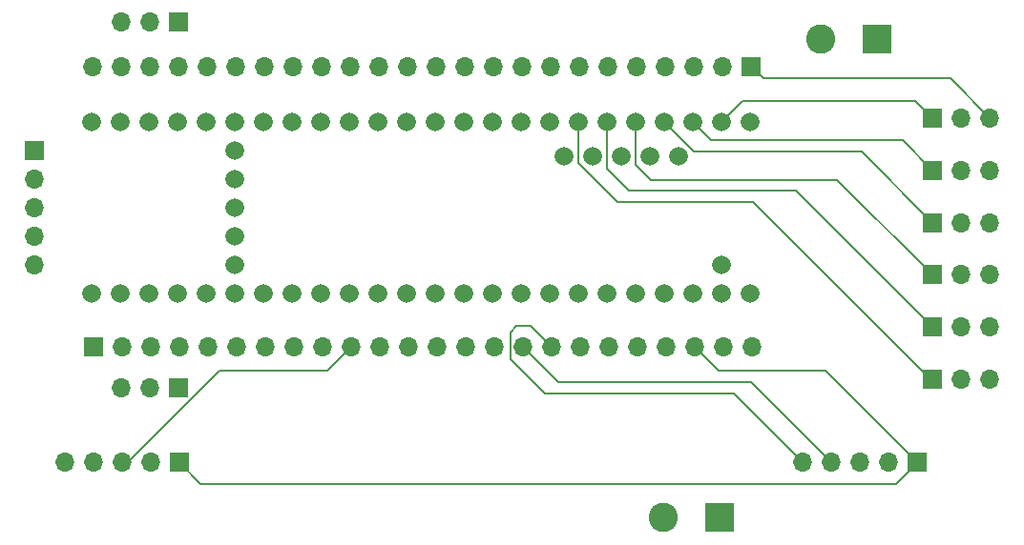
<source format=gbr>
%TF.GenerationSoftware,KiCad,Pcbnew,8.0.2*%
%TF.CreationDate,2024-06-25T21:58:57+02:00*%
%TF.ProjectId,Robo_V2.0-Teensy,526f626f-5f56-4322-9e30-2d5465656e73,rev?*%
%TF.SameCoordinates,Original*%
%TF.FileFunction,Copper,L2,Bot*%
%TF.FilePolarity,Positive*%
%FSLAX46Y46*%
G04 Gerber Fmt 4.6, Leading zero omitted, Abs format (unit mm)*
G04 Created by KiCad (PCBNEW 8.0.2) date 2024-06-25 21:58:57*
%MOMM*%
%LPD*%
G01*
G04 APERTURE LIST*
%TA.AperFunction,ComponentPad*%
%ADD10R,1.700000X1.700000*%
%TD*%
%TA.AperFunction,ComponentPad*%
%ADD11O,1.700000X1.700000*%
%TD*%
%TA.AperFunction,ComponentPad*%
%ADD12C,1.665000*%
%TD*%
%TA.AperFunction,ComponentPad*%
%ADD13R,2.600000X2.600000*%
%TD*%
%TA.AperFunction,ComponentPad*%
%ADD14C,2.600000*%
%TD*%
%TA.AperFunction,Conductor*%
%ADD15C,0.200000*%
%TD*%
G04 APERTURE END LIST*
D10*
%TO.P,IR6,1,Pin_1*%
%TO.N,/5*%
X230920000Y-67750000D03*
D11*
%TO.P,IR6,2,Pin_2*%
%TO.N,/VCC1*%
X233460000Y-67750000D03*
%TO.P,IR6,3,Pin_3*%
%TO.N,/GND1*%
X236000000Y-67750000D03*
%TD*%
D10*
%TO.P,IR5,1,Pin_1*%
%TO.N,/4*%
X230920000Y-63100000D03*
D11*
%TO.P,IR5,2,Pin_2*%
%TO.N,/VCC1*%
X233460000Y-63100000D03*
%TO.P,IR5,3,Pin_3*%
%TO.N,/GND1*%
X236000000Y-63100000D03*
%TD*%
D10*
%TO.P,IR4,1,Pin_1*%
%TO.N,/3*%
X230920000Y-58450000D03*
D11*
%TO.P,IR4,2,Pin_2*%
%TO.N,/VCC1*%
X233460000Y-58450000D03*
%TO.P,IR4,3,Pin_3*%
%TO.N,/GND1*%
X236000000Y-58450000D03*
%TD*%
D10*
%TO.P,IR3,1,Pin_1*%
%TO.N,/2*%
X230920000Y-53800000D03*
D11*
%TO.P,IR3,2,Pin_2*%
%TO.N,/VCC1*%
X233460000Y-53800000D03*
%TO.P,IR3,3,Pin_3*%
%TO.N,/GND1*%
X236000000Y-53800000D03*
%TD*%
D10*
%TO.P,IR2,1,Pin_1*%
%TO.N,/1*%
X230920000Y-49150000D03*
D11*
%TO.P,IR2,2,Pin_2*%
%TO.N,/VCC1*%
X233460000Y-49150000D03*
%TO.P,IR2,3,Pin_3*%
%TO.N,/GND1*%
X236000000Y-49150000D03*
%TD*%
D10*
%TO.P,IR1,1,Pin_1*%
%TO.N,/0*%
X230920000Y-44500000D03*
D11*
%TO.P,IR1,2,Pin_2*%
%TO.N,/VCC1*%
X233460000Y-44500000D03*
%TO.P,IR1,3,Pin_3*%
%TO.N,/GND1*%
X236000000Y-44500000D03*
%TD*%
D10*
%TO.P,JR1,1,Pin_1*%
%TO.N,/GND1*%
X214820000Y-39930000D03*
D11*
%TO.P,JR1,2,Pin_2*%
%TO.N,/0*%
X212280000Y-39930000D03*
%TO.P,JR1,3,Pin_3*%
%TO.N,/1*%
X209740000Y-39930000D03*
%TO.P,JR1,4,Pin_4*%
%TO.N,/2*%
X207200000Y-39930000D03*
%TO.P,JR1,5,Pin_5*%
%TO.N,/3*%
X204660000Y-39930000D03*
%TO.P,JR1,6,Pin_6*%
%TO.N,/4*%
X202120000Y-39930000D03*
%TO.P,JR1,7,Pin_7*%
%TO.N,/5*%
X199580000Y-39930000D03*
%TO.P,JR1,8,Pin_8*%
%TO.N,/6*%
X197040000Y-39930000D03*
%TO.P,JR1,9,Pin_9*%
%TO.N,/7*%
X194500000Y-39930000D03*
%TO.P,JR1,10,Pin_10*%
%TO.N,/8*%
X191960000Y-39930000D03*
%TO.P,JR1,11,Pin_11*%
%TO.N,/9*%
X189420000Y-39930000D03*
%TO.P,JR1,12,Pin_12*%
%TO.N,/10*%
X186880000Y-39930000D03*
%TO.P,JR1,13,Pin_13*%
%TO.N,/11*%
X184340000Y-39930000D03*
%TO.P,JR1,14,Pin_14*%
%TO.N,/12*%
X181800000Y-39930000D03*
%TO.P,JR1,15,Pin_15*%
%TO.N,/VCC3*%
X179260000Y-39930000D03*
%TO.P,JR1,16,Pin_16*%
%TO.N,/24*%
X176720000Y-39930000D03*
%TO.P,JR1,17,Pin_17*%
%TO.N,/25*%
X174180000Y-39930000D03*
%TO.P,JR1,18,Pin_18*%
%TO.N,/26*%
X171640000Y-39930000D03*
%TO.P,JR1,19,Pin_19*%
%TO.N,/27*%
X169100000Y-39930000D03*
%TO.P,JR1,20,Pin_20*%
%TO.N,/28*%
X166560000Y-39930000D03*
%TO.P,JR1,21,Pin_21*%
%TO.N,/29*%
X164020000Y-39930000D03*
%TO.P,JR1,22,Pin_22*%
%TO.N,/30*%
X161480000Y-39930000D03*
%TO.P,JR1,23,Pin_23*%
%TO.N,/31*%
X158940000Y-39930000D03*
%TO.P,JR1,24,Pin_24*%
%TO.N,/32*%
X156400000Y-39930000D03*
%TD*%
D10*
%TO.P,JL1,1,Pin_1*%
%TO.N,/33*%
X156510000Y-64880000D03*
D11*
%TO.P,JL1,2,Pin_2*%
%TO.N,/34*%
X159050000Y-64880000D03*
%TO.P,JL1,3,Pin_3*%
%TO.N,/35*%
X161590000Y-64880000D03*
%TO.P,JL1,4,Pin_4*%
%TO.N,/36*%
X164130000Y-64880000D03*
%TO.P,JL1,5,Pin_5*%
%TO.N,/37*%
X166670000Y-64880000D03*
%TO.P,JL1,6,Pin_6*%
%TO.N,/38*%
X169210000Y-64880000D03*
%TO.P,JL1,7,Pin_7*%
%TO.N,/39*%
X171750000Y-64880000D03*
%TO.P,JL1,8,Pin_8*%
%TO.N,/40*%
X174290000Y-64880000D03*
%TO.P,JL1,9,Pin_9*%
%TO.N,/41*%
X176830000Y-64880000D03*
%TO.P,JL1,10,Pin_10*%
%TO.N,/GND2*%
X179370000Y-64880000D03*
%TO.P,JL1,11,Pin_11*%
%TO.N,/13*%
X181910000Y-64880000D03*
%TO.P,JL1,12,Pin_12*%
%TO.N,/14*%
X184450000Y-64880000D03*
%TO.P,JL1,13,Pin_13*%
%TO.N,/15*%
X186990000Y-64880000D03*
%TO.P,JL1,14,Pin_14*%
%TO.N,/16*%
X189530000Y-64880000D03*
%TO.P,JL1,15,Pin_15*%
%TO.N,/17*%
X192070000Y-64880000D03*
%TO.P,JL1,16,Pin_16*%
%TO.N,/18*%
X194610000Y-64880000D03*
%TO.P,JL1,17,Pin_17*%
%TO.N,/19*%
X197150000Y-64880000D03*
%TO.P,JL1,18,Pin_18*%
%TO.N,/20*%
X199690000Y-64880000D03*
%TO.P,JL1,19,Pin_19*%
%TO.N,/21*%
X202230000Y-64880000D03*
%TO.P,JL1,20,Pin_20*%
%TO.N,/22*%
X204770000Y-64880000D03*
%TO.P,JL1,21,Pin_21*%
%TO.N,/23*%
X207310000Y-64880000D03*
%TO.P,JL1,22,Pin_22*%
%TO.N,/VCC1*%
X209850000Y-64880000D03*
%TO.P,JL1,23,Pin_23*%
%TO.N,/GND3*%
X212390000Y-64880000D03*
%TO.P,JL1,24,Pin_24*%
%TO.N,/Vin*%
X214930000Y-64880000D03*
%TD*%
D10*
%TO.P,J3,1,Pin_1*%
%TO.N,/VBAT*%
X151200000Y-47430000D03*
D11*
%TO.P,J3,2,Pin_2*%
%TO.N,/VCC4*%
X151200000Y-49970000D03*
%TO.P,J3,3,Pin_3*%
%TO.N,/GND4*%
X151200000Y-52510000D03*
%TO.P,J3,4,Pin_4*%
%TO.N,/Program*%
X151200000Y-55050000D03*
%TO.P,J3,5,Pin_5*%
%TO.N,/ON{slash}OFF*%
X151200000Y-57590000D03*
%TD*%
D10*
%TO.P,Gyro2,1,Pin_1*%
%TO.N,/VCC1*%
X164075000Y-75125000D03*
D11*
%TO.P,Gyro2,2,Pin_2*%
%TO.N,unconnected-(Gyro2-Pin_2-Pad2)*%
X161535000Y-75125000D03*
%TO.P,Gyro2,3,Pin_3*%
%TO.N,/GND2*%
X158995000Y-75125000D03*
%TO.P,Gyro2,4,Pin_4*%
%TO.N,/17*%
X156455000Y-75125000D03*
%TO.P,Gyro2,5,Pin_5*%
%TO.N,/16*%
X153915000Y-75125000D03*
%TD*%
D12*
%TO.P,IC1,1,TX1*%
%TO.N,/1*%
X209630000Y-44880000D03*
%TO.P,IC1,2,OUT2*%
%TO.N,/2*%
X207090000Y-44880000D03*
%TO.P,IC1,3,LRCLK2*%
%TO.N,/3*%
X204550000Y-44880000D03*
%TO.P,IC1,4,BCLK2*%
%TO.N,/4*%
X202010000Y-44880000D03*
%TO.P,IC1,5,IN2*%
%TO.N,/5*%
X199470000Y-44880000D03*
%TO.P,IC1,6,OUT1D*%
%TO.N,/6*%
X196930000Y-44880000D03*
%TO.P,IC1,7,RX2*%
%TO.N,/7*%
X194390000Y-44880000D03*
%TO.P,IC1,8,TX2*%
%TO.N,/8*%
X191850000Y-44880000D03*
%TO.P,IC1,9,OUT1C*%
%TO.N,/9*%
X189310000Y-44880000D03*
%TO.P,IC1,10,CS_1*%
%TO.N,/10*%
X186770000Y-44880000D03*
%TO.P,IC1,11,MOSI*%
%TO.N,/11*%
X184230000Y-44880000D03*
%TO.P,IC1,12,MISO*%
%TO.N,/12*%
X181690000Y-44880000D03*
%TO.P,IC1,13,SCK*%
%TO.N,/13*%
X181690000Y-60120000D03*
%TO.P,IC1,14,A0*%
%TO.N,/14*%
X184230000Y-60120000D03*
%TO.P,IC1,15,A1*%
%TO.N,/15*%
X186770000Y-60120000D03*
%TO.P,IC1,16,A2*%
%TO.N,/16*%
X189310000Y-60120000D03*
%TO.P,IC1,17,A3*%
%TO.N,/17*%
X191850000Y-60120000D03*
%TO.P,IC1,18,A4*%
%TO.N,/18*%
X194390000Y-60120000D03*
%TO.P,IC1,19,A5*%
%TO.N,/19*%
X196930000Y-60120000D03*
%TO.P,IC1,20,A6*%
%TO.N,/20*%
X199470000Y-60120000D03*
%TO.P,IC1,21,A7*%
%TO.N,/21*%
X202010000Y-60120000D03*
%TO.P,IC1,22,A8*%
%TO.N,/22*%
X204550000Y-60120000D03*
%TO.P,IC1,23,A9*%
%TO.N,/23*%
X207090000Y-60120000D03*
%TO.P,IC1,24,A10*%
%TO.N,/24*%
X176610000Y-44880000D03*
%TO.P,IC1,25,A11*%
%TO.N,/25*%
X174070000Y-44880000D03*
%TO.P,IC1,26,A12*%
%TO.N,/26*%
X171530000Y-44880000D03*
%TO.P,IC1,27,A13*%
%TO.N,/27*%
X168990000Y-44880000D03*
%TO.P,IC1,28,RX7*%
%TO.N,/28*%
X166450000Y-44880000D03*
%TO.P,IC1,29,TX7*%
%TO.N,/29*%
X163910000Y-44880000D03*
%TO.P,IC1,30,CRX3*%
%TO.N,/30*%
X161370000Y-44880000D03*
%TO.P,IC1,31,CTX3*%
%TO.N,/31*%
X158830000Y-44880000D03*
%TO.P,IC1,32,OUT1B*%
%TO.N,/32*%
X156290000Y-44880000D03*
%TO.P,IC1,33,MCLK2*%
%TO.N,/33*%
X156290000Y-60120000D03*
%TO.P,IC1,34,RX8*%
%TO.N,/34*%
X158830000Y-60120000D03*
%TO.P,IC1,35,TX8*%
%TO.N,/35*%
X161370000Y-60120000D03*
%TO.P,IC1,36,CS_2*%
%TO.N,/36*%
X163910000Y-60120000D03*
%TO.P,IC1,37,CS_3*%
%TO.N,/37*%
X166450000Y-60120000D03*
%TO.P,IC1,38,A14*%
%TO.N,/38*%
X168990000Y-60120000D03*
%TO.P,IC1,39,A15*%
%TO.N,/39*%
X171530000Y-60120000D03*
%TO.P,IC1,40,A16*%
%TO.N,/40*%
X174070000Y-60120000D03*
%TO.P,IC1,41,A17*%
%TO.N,/41*%
X176610000Y-60120000D03*
%TO.P,IC1,42,3.3V_1*%
%TO.N,/VCC3*%
X179150000Y-44880000D03*
%TO.P,IC1,43,VBAT*%
%TO.N,/VBAT*%
X168990000Y-47420000D03*
%TO.P,IC1,44,3.3V_2*%
%TO.N,/VCC4*%
X168990000Y-49960000D03*
%TO.P,IC1,45,GND_1*%
%TO.N,/GND4*%
X168990000Y-52500000D03*
%TO.P,IC1,46,PROGRAM*%
%TO.N,/Program*%
X168990000Y-55040000D03*
%TO.P,IC1,47,ON/OFF*%
%TO.N,/ON{slash}OFF*%
X168990000Y-57580000D03*
%TO.P,IC1,48,GND_2*%
%TO.N,unconnected-(IC1-GND_2-Pad48)*%
X198200000Y-47930000D03*
%TO.P,IC1,49,GND_3*%
%TO.N,unconnected-(IC1-GND_3-Pad49)*%
X200740000Y-47930000D03*
%TO.P,IC1,50,D+*%
%TO.N,unconnected-(IC1-D+-Pad50)*%
X203280000Y-47930000D03*
%TO.P,IC1,51,D-*%
%TO.N,unconnected-(IC1-D--Pad51)*%
X205820000Y-47930000D03*
%TO.P,IC1,52,+5V*%
%TO.N,unconnected-(IC1-+5V-Pad52)*%
X208360000Y-47930000D03*
%TO.P,IC1,53,3.3V_(250_M_A_MAX)*%
%TO.N,/VCC1*%
X209630000Y-60120000D03*
%TO.P,IC1,55,VIN_(3.6_TO_5.5_VOLTS)*%
%TO.N,/Vin*%
X214710000Y-60120000D03*
%TO.P,IC1,57,RX1*%
%TO.N,/0*%
X212170000Y-44880000D03*
%TO.P,IC1,68,VUSB*%
%TO.N,unconnected-(IC1-VUSB-Pad68)*%
X212170000Y-57580000D03*
%TO.P,IC1,69,GND_4*%
%TO.N,/GND2*%
X179150000Y-60120000D03*
%TO.P,IC1,70,GND_5*%
%TO.N,/GND3*%
X212170000Y-60120000D03*
%TO.P,IC1,71,GND_6*%
%TO.N,/GND1*%
X214710000Y-44880000D03*
%TD*%
D10*
%TO.P,H1,1,Pin_1*%
%TO.N,/36*%
X164040000Y-68500000D03*
D11*
%TO.P,H1,2,Pin_2*%
%TO.N,/35*%
X161500000Y-68500000D03*
%TO.P,H1,3,Pin_3*%
%TO.N,/34*%
X158960000Y-68500000D03*
%TD*%
D13*
%TO.P,Input1,1,Pin_1*%
%TO.N,Net-(Input1-Pin_1)*%
X212000000Y-80000000D03*
D14*
%TO.P,Input1,2,Pin_2*%
%TO.N,Net-(Input1-Pin_2)*%
X207000000Y-80000000D03*
%TD*%
D10*
%TO.P,H2,1,Pin_1*%
%TO.N,/29*%
X164025000Y-36000000D03*
D11*
%TO.P,H2,2,Pin_2*%
%TO.N,/30*%
X161485000Y-36000000D03*
%TO.P,H2,3,Pin_3*%
%TO.N,/31*%
X158945000Y-36000000D03*
%TD*%
D13*
%TO.P,LED1,1,Pin_1*%
%TO.N,Net-(Input1-Pin_1)*%
X226000000Y-37500000D03*
D14*
%TO.P,LED1,2,Pin_2*%
%TO.N,Net-(Input1-Pin_2)*%
X221000000Y-37500000D03*
%TD*%
D10*
%TO.P,Gyro1,1,Pin_1*%
%TO.N,/VCC1*%
X229575000Y-75125000D03*
D11*
%TO.P,Gyro1,2,Pin_2*%
%TO.N,unconnected-(Gyro1-Pin_2-Pad2)*%
X227035000Y-75125000D03*
%TO.P,Gyro1,3,Pin_3*%
%TO.N,/GND1*%
X224495000Y-75125000D03*
%TO.P,Gyro1,4,Pin_4*%
%TO.N,/18*%
X221955000Y-75125000D03*
%TO.P,Gyro1,5,Pin_5*%
%TO.N,/19*%
X219415000Y-75125000D03*
%TD*%
D15*
%TO.N,/5*%
X215000000Y-52000000D02*
X230750000Y-67750000D01*
X215000000Y-52000000D02*
X203000000Y-52000000D01*
X230750000Y-67750000D02*
X230920000Y-67750000D01*
%TO.N,/VCC1*%
X227700000Y-77000000D02*
X229292157Y-75407843D01*
X165950000Y-77000000D02*
X227700000Y-77000000D01*
X164075000Y-75125000D02*
X165950000Y-77000000D01*
%TO.N,/5*%
X199470000Y-48470000D02*
X199470000Y-44880000D01*
X203000000Y-52000000D02*
X199470000Y-48470000D01*
%TO.N,/4*%
X202010000Y-49021597D02*
X202010000Y-44880000D01*
X218820000Y-51000000D02*
X203988403Y-51000000D01*
X203988403Y-51000000D02*
X202010000Y-49021597D01*
X230920000Y-63100000D02*
X218820000Y-51000000D01*
%TO.N,/3*%
X205894201Y-50000000D02*
X204550000Y-48655799D01*
X204550000Y-48655799D02*
X204550000Y-44880000D01*
X222470000Y-50000000D02*
X205894201Y-50000000D01*
X230920000Y-58450000D02*
X222470000Y-50000000D01*
%TO.N,/0*%
X214050000Y-43000000D02*
X212170000Y-44880000D01*
X229420000Y-43000000D02*
X214050000Y-43000000D01*
X230920000Y-44500000D02*
X229420000Y-43000000D01*
%TO.N,/1*%
X228270000Y-46500000D02*
X211250000Y-46500000D01*
X230920000Y-49150000D02*
X228270000Y-46500000D01*
X211250000Y-46500000D02*
X209630000Y-44880000D01*
%TO.N,/2*%
X209710000Y-47500000D02*
X207090000Y-44880000D01*
X224620000Y-47500000D02*
X209710000Y-47500000D01*
X230920000Y-53800000D02*
X224620000Y-47500000D01*
%TO.N,/GND1*%
X215890000Y-41000000D02*
X232500000Y-41000000D01*
X232500000Y-41000000D02*
X236000000Y-44500000D01*
X214820000Y-39930000D02*
X215890000Y-41000000D01*
%TO.N,/GND2*%
X167690000Y-67000000D02*
X177250000Y-67000000D01*
X158995000Y-75125000D02*
X159565000Y-75125000D01*
X159565000Y-75125000D02*
X167690000Y-67000000D01*
X177250000Y-67000000D02*
X179370000Y-64880000D01*
%TO.N,/19*%
X195270000Y-63000000D02*
X197150000Y-64880000D01*
X193460000Y-65960000D02*
X193460000Y-63540000D01*
X196500000Y-69000000D02*
X193460000Y-65960000D01*
X193460000Y-63540000D02*
X194000000Y-63000000D01*
X213290000Y-69000000D02*
X196500000Y-69000000D01*
X219415000Y-75125000D02*
X213290000Y-69000000D01*
X194000000Y-63000000D02*
X195270000Y-63000000D01*
%TO.N,/VCC1*%
X211970000Y-67000000D02*
X209850000Y-64880000D01*
X221450000Y-67000000D02*
X211970000Y-67000000D01*
X229575000Y-75125000D02*
X221450000Y-67000000D01*
%TO.N,/18*%
X197730000Y-68000000D02*
X194610000Y-64880000D01*
X221955000Y-75125000D02*
X214830000Y-68000000D01*
X214830000Y-68000000D02*
X197730000Y-68000000D01*
%TD*%
M02*

</source>
